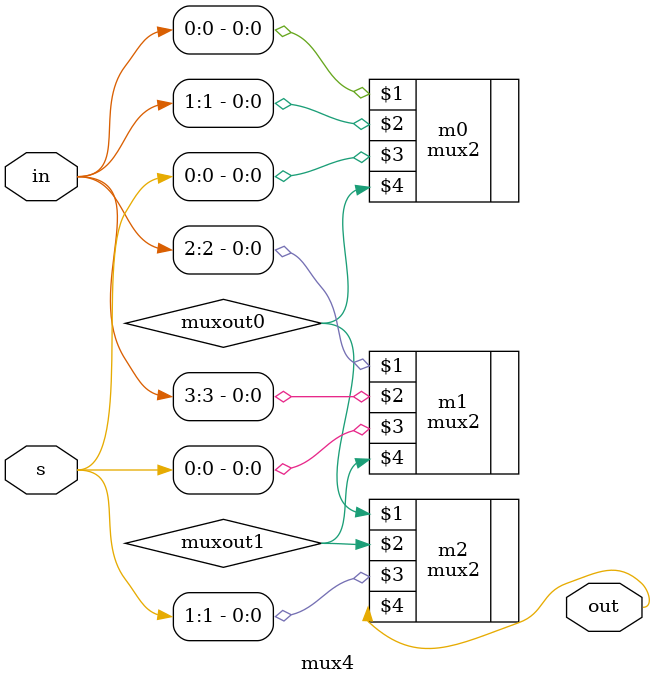
<source format=v>
module mux4 (
input [3:0] in,
input [1:0] s,
output out
);

wire muxout0, muxout1;

mux2 m0(in[0], in[1], s[0], muxout0);
mux2 m1(in[2], in[3], s[0], muxout1);
mux2 m2(muxout0, muxout1, s[1], out);


endmodule 
</source>
